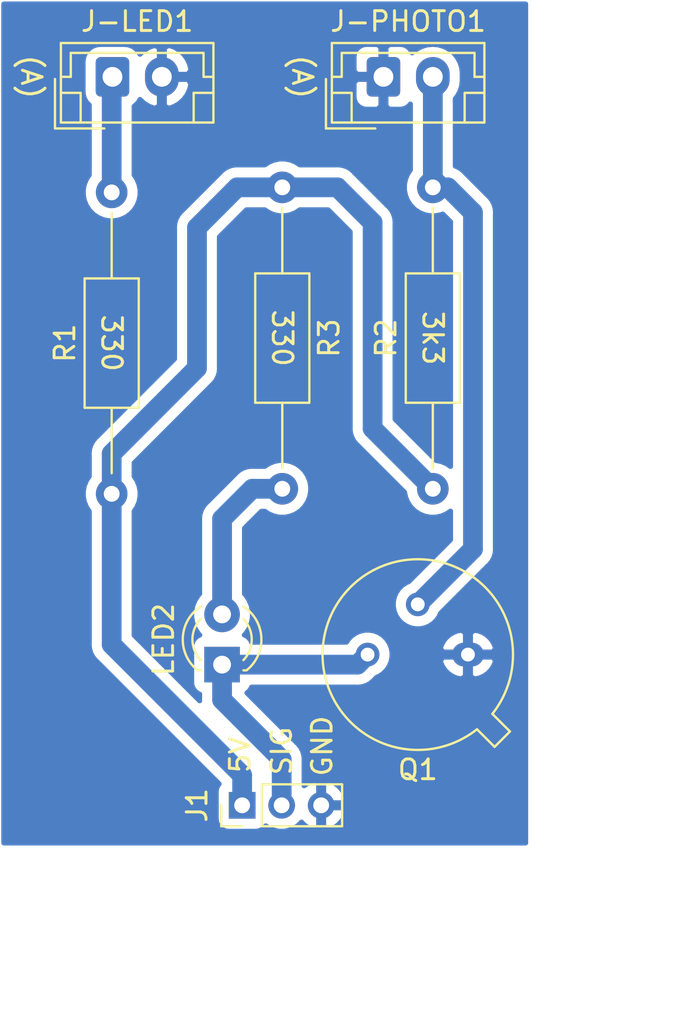
<source format=kicad_pcb>
(kicad_pcb (version 20171130) (host pcbnew 5.1.9+dfsg1-1)

  (general
    (thickness 1.6)
    (drawings 12)
    (tracks 27)
    (zones 0)
    (modules 8)
    (nets 7)
  )

  (page A4)
  (layers
    (0 F.Cu signal)
    (31 B.Cu signal)
    (32 B.Adhes user)
    (33 F.Adhes user)
    (34 B.Paste user)
    (35 F.Paste user)
    (36 B.SilkS user)
    (37 F.SilkS user)
    (38 B.Mask user)
    (39 F.Mask user)
    (40 Dwgs.User user)
    (41 Cmts.User user)
    (42 Eco1.User user)
    (43 Eco2.User user)
    (44 Edge.Cuts user)
    (45 Margin user)
    (46 B.CrtYd user)
    (47 F.CrtYd user hide)
    (48 B.Fab user)
    (49 F.Fab user hide)
  )

  (setup
    (last_trace_width 0.25)
    (user_trace_width 0.5)
    (user_trace_width 1)
    (trace_clearance 0.2)
    (zone_clearance 0.508)
    (zone_45_only no)
    (trace_min 0.2)
    (via_size 0.8)
    (via_drill 0.4)
    (via_min_size 0.4)
    (via_min_drill 0.3)
    (uvia_size 0.3)
    (uvia_drill 0.1)
    (uvias_allowed no)
    (uvia_min_size 0.2)
    (uvia_min_drill 0.1)
    (edge_width 0.05)
    (segment_width 0.2)
    (pcb_text_width 0.3)
    (pcb_text_size 1.5 1.5)
    (mod_edge_width 0.12)
    (mod_text_size 1 1)
    (mod_text_width 0.15)
    (pad_size 1.524 1.524)
    (pad_drill 0.762)
    (pad_to_mask_clearance 0)
    (aux_axis_origin 0 0)
    (visible_elements FFFFFF7F)
    (pcbplotparams
      (layerselection 0x010fc_ffffffff)
      (usegerberextensions false)
      (usegerberattributes true)
      (usegerberadvancedattributes true)
      (creategerberjobfile true)
      (excludeedgelayer true)
      (linewidth 0.100000)
      (plotframeref false)
      (viasonmask false)
      (mode 1)
      (useauxorigin false)
      (hpglpennumber 1)
      (hpglpenspeed 20)
      (hpglpendiameter 15.000000)
      (psnegative false)
      (psa4output false)
      (plotreference true)
      (plotvalue true)
      (plotinvisibletext false)
      (padsonsilk false)
      (subtractmaskfromsilk false)
      (outputformat 1)
      (mirror false)
      (drillshape 1)
      (scaleselection 1)
      (outputdirectory ""))
  )

  (net 0 "")
  (net 1 +5V)
  (net 2 SENSE)
  (net 3 GND)
  (net 4 "Net-(J-LED1-Pad1)")
  (net 5 "Net-(J-PHOTO1-Pad2)")
  (net 6 "Net-(LED2-Pad2)")

  (net_class Default "This is the default net class."
    (clearance 0.2)
    (trace_width 0.25)
    (via_dia 0.8)
    (via_drill 0.4)
    (uvia_dia 0.3)
    (uvia_drill 0.1)
    (add_net +5V)
    (add_net GND)
    (add_net "Net-(J-LED1-Pad1)")
    (add_net "Net-(J-PHOTO1-Pad2)")
    (add_net "Net-(LED2-Pad2)")
    (add_net SENSE)
  )

  (module Connector_JST:JST_EH_B2B-EH-A_1x02_P2.50mm_Vertical (layer F.Cu) (tedit 5C28142C) (tstamp 616DB1EB)
    (at 142.788 99.568)
    (descr "JST EH series connector, B2B-EH-A (http://www.jst-mfg.com/product/pdf/eng/eEH.pdf), generated with kicad-footprint-generator")
    (tags "connector JST EH vertical")
    (path /618C41F5)
    (fp_text reference J-LED1 (at 1.25 -2.8) (layer F.SilkS)
      (effects (font (size 1 1) (thickness 0.15)))
    )
    (fp_text value Conn_01x02_Male (at 1.25 3.4) (layer F.Fab)
      (effects (font (size 1 1) (thickness 0.15)))
    )
    (fp_line (start -2.91 2.61) (end -0.41 2.61) (layer F.Fab) (width 0.1))
    (fp_line (start -2.91 0.11) (end -2.91 2.61) (layer F.Fab) (width 0.1))
    (fp_line (start -2.91 2.61) (end -0.41 2.61) (layer F.SilkS) (width 0.12))
    (fp_line (start -2.91 0.11) (end -2.91 2.61) (layer F.SilkS) (width 0.12))
    (fp_line (start 4.11 0.81) (end 4.11 2.31) (layer F.SilkS) (width 0.12))
    (fp_line (start 5.11 0.81) (end 4.11 0.81) (layer F.SilkS) (width 0.12))
    (fp_line (start -1.61 0.81) (end -1.61 2.31) (layer F.SilkS) (width 0.12))
    (fp_line (start -2.61 0.81) (end -1.61 0.81) (layer F.SilkS) (width 0.12))
    (fp_line (start 4.61 0) (end 5.11 0) (layer F.SilkS) (width 0.12))
    (fp_line (start 4.61 -1.21) (end 4.61 0) (layer F.SilkS) (width 0.12))
    (fp_line (start -2.11 -1.21) (end 4.61 -1.21) (layer F.SilkS) (width 0.12))
    (fp_line (start -2.11 0) (end -2.11 -1.21) (layer F.SilkS) (width 0.12))
    (fp_line (start -2.61 0) (end -2.11 0) (layer F.SilkS) (width 0.12))
    (fp_line (start 5.11 -1.71) (end -2.61 -1.71) (layer F.SilkS) (width 0.12))
    (fp_line (start 5.11 2.31) (end 5.11 -1.71) (layer F.SilkS) (width 0.12))
    (fp_line (start -2.61 2.31) (end 5.11 2.31) (layer F.SilkS) (width 0.12))
    (fp_line (start -2.61 -1.71) (end -2.61 2.31) (layer F.SilkS) (width 0.12))
    (fp_line (start 5.5 -2.1) (end -3 -2.1) (layer F.CrtYd) (width 0.05))
    (fp_line (start 5.5 2.7) (end 5.5 -2.1) (layer F.CrtYd) (width 0.05))
    (fp_line (start -3 2.7) (end 5.5 2.7) (layer F.CrtYd) (width 0.05))
    (fp_line (start -3 -2.1) (end -3 2.7) (layer F.CrtYd) (width 0.05))
    (fp_line (start 5 -1.6) (end -2.5 -1.6) (layer F.Fab) (width 0.1))
    (fp_line (start 5 2.2) (end 5 -1.6) (layer F.Fab) (width 0.1))
    (fp_line (start -2.5 2.2) (end 5 2.2) (layer F.Fab) (width 0.1))
    (fp_line (start -2.5 -1.6) (end -2.5 2.2) (layer F.Fab) (width 0.1))
    (fp_text user %R (at 1.25 1.5) (layer F.Fab)
      (effects (font (size 1 1) (thickness 0.15)))
    )
    (pad 1 thru_hole roundrect (at 0 0) (size 1.7 2) (drill 1) (layers *.Cu *.Mask) (roundrect_rratio 0.147059)
      (net 4 "Net-(J-LED1-Pad1)"))
    (pad 2 thru_hole oval (at 2.5 0) (size 1.7 2) (drill 1) (layers *.Cu *.Mask)
      (net 3 GND))
    (model ${KISYS3DMOD}/Connector_JST.3dshapes/JST_EH_B2B-EH-A_1x02_P2.50mm_Vertical.wrl
      (at (xyz 0 0 0))
      (scale (xyz 1 1 1))
      (rotate (xyz 0 0 0))
    )
  )

  (module Connector_JST:JST_EH_B2B-EH-A_1x02_P2.50mm_Vertical (layer F.Cu) (tedit 5C28142C) (tstamp 616DB20B)
    (at 156.504 99.568)
    (descr "JST EH series connector, B2B-EH-A (http://www.jst-mfg.com/product/pdf/eng/eEH.pdf), generated with kicad-footprint-generator")
    (tags "connector JST EH vertical")
    (path /618BF2BA)
    (fp_text reference J-PHOTO1 (at 1.25 -2.8) (layer F.SilkS)
      (effects (font (size 1 1) (thickness 0.15)))
    )
    (fp_text value Conn_01x02_Male (at 1.25 3.4) (layer F.Fab)
      (effects (font (size 1 1) (thickness 0.15)))
    )
    (fp_line (start -2.5 -1.6) (end -2.5 2.2) (layer F.Fab) (width 0.1))
    (fp_line (start -2.5 2.2) (end 5 2.2) (layer F.Fab) (width 0.1))
    (fp_line (start 5 2.2) (end 5 -1.6) (layer F.Fab) (width 0.1))
    (fp_line (start 5 -1.6) (end -2.5 -1.6) (layer F.Fab) (width 0.1))
    (fp_line (start -3 -2.1) (end -3 2.7) (layer F.CrtYd) (width 0.05))
    (fp_line (start -3 2.7) (end 5.5 2.7) (layer F.CrtYd) (width 0.05))
    (fp_line (start 5.5 2.7) (end 5.5 -2.1) (layer F.CrtYd) (width 0.05))
    (fp_line (start 5.5 -2.1) (end -3 -2.1) (layer F.CrtYd) (width 0.05))
    (fp_line (start -2.61 -1.71) (end -2.61 2.31) (layer F.SilkS) (width 0.12))
    (fp_line (start -2.61 2.31) (end 5.11 2.31) (layer F.SilkS) (width 0.12))
    (fp_line (start 5.11 2.31) (end 5.11 -1.71) (layer F.SilkS) (width 0.12))
    (fp_line (start 5.11 -1.71) (end -2.61 -1.71) (layer F.SilkS) (width 0.12))
    (fp_line (start -2.61 0) (end -2.11 0) (layer F.SilkS) (width 0.12))
    (fp_line (start -2.11 0) (end -2.11 -1.21) (layer F.SilkS) (width 0.12))
    (fp_line (start -2.11 -1.21) (end 4.61 -1.21) (layer F.SilkS) (width 0.12))
    (fp_line (start 4.61 -1.21) (end 4.61 0) (layer F.SilkS) (width 0.12))
    (fp_line (start 4.61 0) (end 5.11 0) (layer F.SilkS) (width 0.12))
    (fp_line (start -2.61 0.81) (end -1.61 0.81) (layer F.SilkS) (width 0.12))
    (fp_line (start -1.61 0.81) (end -1.61 2.31) (layer F.SilkS) (width 0.12))
    (fp_line (start 5.11 0.81) (end 4.11 0.81) (layer F.SilkS) (width 0.12))
    (fp_line (start 4.11 0.81) (end 4.11 2.31) (layer F.SilkS) (width 0.12))
    (fp_line (start -2.91 0.11) (end -2.91 2.61) (layer F.SilkS) (width 0.12))
    (fp_line (start -2.91 2.61) (end -0.41 2.61) (layer F.SilkS) (width 0.12))
    (fp_line (start -2.91 0.11) (end -2.91 2.61) (layer F.Fab) (width 0.1))
    (fp_line (start -2.91 2.61) (end -0.41 2.61) (layer F.Fab) (width 0.1))
    (fp_text user %R (at 1.25 1.5) (layer F.Fab)
      (effects (font (size 1 1) (thickness 0.15)))
    )
    (pad 2 thru_hole oval (at 2.5 0) (size 1.7 2) (drill 1) (layers *.Cu *.Mask)
      (net 5 "Net-(J-PHOTO1-Pad2)"))
    (pad 1 thru_hole roundrect (at 0 0) (size 1.7 2) (drill 1) (layers *.Cu *.Mask) (roundrect_rratio 0.147059)
      (net 3 GND))
    (model ${KISYS3DMOD}/Connector_JST.3dshapes/JST_EH_B2B-EH-A_1x02_P2.50mm_Vertical.wrl
      (at (xyz 0 0 0))
      (scale (xyz 1 1 1))
      (rotate (xyz 0 0 0))
    )
  )

  (module LED_THT:LED_D3.0mm (layer F.Cu) (tedit 587A3A7B) (tstamp 616DB21E)
    (at 148.336 129.286 90)
    (descr "LED, diameter 3.0mm, 2 pins")
    (tags "LED diameter 3.0mm 2 pins")
    (path /618A3236)
    (fp_text reference LED2 (at 1.27 -2.96 90) (layer F.SilkS)
      (effects (font (size 1 1) (thickness 0.15)))
    )
    (fp_text value YELLOW (at 1.27 2.96 90) (layer F.Fab)
      (effects (font (size 1 1) (thickness 0.15)))
    )
    (fp_line (start 3.7 -2.25) (end -1.15 -2.25) (layer F.CrtYd) (width 0.05))
    (fp_line (start 3.7 2.25) (end 3.7 -2.25) (layer F.CrtYd) (width 0.05))
    (fp_line (start -1.15 2.25) (end 3.7 2.25) (layer F.CrtYd) (width 0.05))
    (fp_line (start -1.15 -2.25) (end -1.15 2.25) (layer F.CrtYd) (width 0.05))
    (fp_line (start -0.29 1.08) (end -0.29 1.236) (layer F.SilkS) (width 0.12))
    (fp_line (start -0.29 -1.236) (end -0.29 -1.08) (layer F.SilkS) (width 0.12))
    (fp_line (start -0.23 -1.16619) (end -0.23 1.16619) (layer F.Fab) (width 0.1))
    (fp_circle (center 1.27 0) (end 2.77 0) (layer F.Fab) (width 0.1))
    (fp_arc (start 1.27 0) (end -0.23 -1.16619) (angle 284.3) (layer F.Fab) (width 0.1))
    (fp_arc (start 1.27 0) (end -0.29 -1.235516) (angle 108.8) (layer F.SilkS) (width 0.12))
    (fp_arc (start 1.27 0) (end -0.29 1.235516) (angle -108.8) (layer F.SilkS) (width 0.12))
    (fp_arc (start 1.27 0) (end 0.229039 -1.08) (angle 87.9) (layer F.SilkS) (width 0.12))
    (fp_arc (start 1.27 0) (end 0.229039 1.08) (angle -87.9) (layer F.SilkS) (width 0.12))
    (pad 1 thru_hole rect (at 0 0 90) (size 1.8 1.8) (drill 0.9) (layers *.Cu *.Mask)
      (net 2 SENSE))
    (pad 2 thru_hole circle (at 2.54 0 90) (size 1.8 1.8) (drill 0.9) (layers *.Cu *.Mask)
      (net 6 "Net-(LED2-Pad2)"))
    (model ${KISYS3DMOD}/LED_THT.3dshapes/LED_D3.0mm.wrl
      (at (xyz 0 0 0))
      (scale (xyz 1 1 1))
      (rotate (xyz 0 0 0))
    )
  )

  (module Package_TO_SOT_THT:TO-39-3 (layer F.Cu) (tedit 5A02FF81) (tstamp 616DB233)
    (at 160.782 128.778 180)
    (descr TO-39-3)
    (tags TO-39-3)
    (path /618A2DE3)
    (fp_text reference Q1 (at 2.54 -5.82) (layer F.SilkS)
      (effects (font (size 1 1) (thickness 0.15)))
    )
    (fp_text value 2N2219 (at 2.54 5.82) (layer F.Fab)
      (effects (font (size 1 1) (thickness 0.15)))
    )
    (fp_circle (center 2.54 0) (end 6.79 0) (layer F.Fab) (width 0.1))
    (fp_line (start 7.49 -4.95) (end -2.41 -4.95) (layer F.CrtYd) (width 0.05))
    (fp_line (start 7.49 4.95) (end 7.49 -4.95) (layer F.CrtYd) (width 0.05))
    (fp_line (start -2.41 4.95) (end 7.49 4.95) (layer F.CrtYd) (width 0.05))
    (fp_line (start -2.41 -4.95) (end -2.41 4.95) (layer F.CrtYd) (width 0.05))
    (fp_line (start -2.125856 -3.888039) (end -1.234902 -2.997084) (layer F.SilkS) (width 0.12))
    (fp_line (start -1.348039 -4.665856) (end -2.125856 -3.888039) (layer F.SilkS) (width 0.12))
    (fp_line (start -0.457084 -3.774902) (end -1.348039 -4.665856) (layer F.SilkS) (width 0.12))
    (fp_line (start -1.879621 -3.81151) (end -1.07352 -3.005408) (layer F.Fab) (width 0.1))
    (fp_line (start -1.27151 -4.419621) (end -1.879621 -3.81151) (layer F.Fab) (width 0.1))
    (fp_line (start -0.465408 -3.61352) (end -1.27151 -4.419621) (layer F.Fab) (width 0.1))
    (fp_text user %R (at 2.54 -5.82) (layer F.Fab)
      (effects (font (size 1 1) (thickness 0.15)))
    )
    (fp_arc (start 2.54 0) (end -0.465408 -3.61352) (angle 349.5) (layer F.Fab) (width 0.1))
    (fp_arc (start 2.54 0) (end -0.457084 -3.774902) (angle 346.9) (layer F.SilkS) (width 0.12))
    (pad 1 thru_hole oval (at 0 0 180) (size 1.6 1.2) (drill 0.7) (layers *.Cu *.Mask)
      (net 3 GND))
    (pad 2 thru_hole oval (at 2.54 2.54 180) (size 1.2 1.2) (drill 0.7) (layers *.Cu *.Mask)
      (net 5 "Net-(J-PHOTO1-Pad2)"))
    (pad 3 thru_hole oval (at 5.08 0 180) (size 1.2 1.2) (drill 0.7) (layers *.Cu *.Mask)
      (net 2 SENSE))
    (model ${KISYS3DMOD}/Package_TO_SOT_THT.3dshapes/TO-39-3.wrl
      (at (xyz 0 0 0))
      (scale (xyz 1 1 1))
      (rotate (xyz 0 0 0))
    )
  )

  (module Resistor_THT:R_Axial_DIN0207_L6.3mm_D2.5mm_P15.24mm_Horizontal (layer F.Cu) (tedit 5AE5139B) (tstamp 616DBDBC)
    (at 142.748 120.65 90)
    (descr "Resistor, Axial_DIN0207 series, Axial, Horizontal, pin pitch=15.24mm, 0.25W = 1/4W, length*diameter=6.3*2.5mm^2, http://cdn-reichelt.de/documents/datenblatt/B400/1_4W%23YAG.pdf")
    (tags "Resistor Axial_DIN0207 series Axial Horizontal pin pitch 15.24mm 0.25W = 1/4W length 6.3mm diameter 2.5mm")
    (path /618A7653)
    (fp_text reference R1 (at 7.62 -2.37 90) (layer F.SilkS)
      (effects (font (size 1 1) (thickness 0.15)))
    )
    (fp_text value 330 (at 7.62 2.37 90) (layer F.Fab)
      (effects (font (size 1 1) (thickness 0.15)))
    )
    (fp_line (start 4.47 -1.25) (end 4.47 1.25) (layer F.Fab) (width 0.1))
    (fp_line (start 4.47 1.25) (end 10.77 1.25) (layer F.Fab) (width 0.1))
    (fp_line (start 10.77 1.25) (end 10.77 -1.25) (layer F.Fab) (width 0.1))
    (fp_line (start 10.77 -1.25) (end 4.47 -1.25) (layer F.Fab) (width 0.1))
    (fp_line (start 0 0) (end 4.47 0) (layer F.Fab) (width 0.1))
    (fp_line (start 15.24 0) (end 10.77 0) (layer F.Fab) (width 0.1))
    (fp_line (start 4.35 -1.37) (end 4.35 1.37) (layer F.SilkS) (width 0.12))
    (fp_line (start 4.35 1.37) (end 10.89 1.37) (layer F.SilkS) (width 0.12))
    (fp_line (start 10.89 1.37) (end 10.89 -1.37) (layer F.SilkS) (width 0.12))
    (fp_line (start 10.89 -1.37) (end 4.35 -1.37) (layer F.SilkS) (width 0.12))
    (fp_line (start 1.04 0) (end 4.35 0) (layer F.SilkS) (width 0.12))
    (fp_line (start 14.2 0) (end 10.89 0) (layer F.SilkS) (width 0.12))
    (fp_line (start -1.05 -1.5) (end -1.05 1.5) (layer F.CrtYd) (width 0.05))
    (fp_line (start -1.05 1.5) (end 16.29 1.5) (layer F.CrtYd) (width 0.05))
    (fp_line (start 16.29 1.5) (end 16.29 -1.5) (layer F.CrtYd) (width 0.05))
    (fp_line (start 16.29 -1.5) (end -1.05 -1.5) (layer F.CrtYd) (width 0.05))
    (fp_text user %R (at 7.62 0 90) (layer F.Fab)
      (effects (font (size 1 1) (thickness 0.15)))
    )
    (pad 2 thru_hole oval (at 15.24 0 90) (size 1.6 1.6) (drill 0.8) (layers *.Cu *.Mask)
      (net 4 "Net-(J-LED1-Pad1)"))
    (pad 1 thru_hole circle (at 0 0 90) (size 1.6 1.6) (drill 0.8) (layers *.Cu *.Mask)
      (net 1 +5V))
    (model ${KISYS3DMOD}/Resistor_THT.3dshapes/R_Axial_DIN0207_L6.3mm_D2.5mm_P15.24mm_Horizontal.wrl
      (at (xyz 0 0 0))
      (scale (xyz 1 1 1))
      (rotate (xyz 0 0 0))
    )
  )

  (module Resistor_THT:R_Axial_DIN0207_L6.3mm_D2.5mm_P15.24mm_Horizontal (layer F.Cu) (tedit 5AE5139B) (tstamp 616DC09F)
    (at 159.004 120.396 90)
    (descr "Resistor, Axial_DIN0207 series, Axial, Horizontal, pin pitch=15.24mm, 0.25W = 1/4W, length*diameter=6.3*2.5mm^2, http://cdn-reichelt.de/documents/datenblatt/B400/1_4W%23YAG.pdf")
    (tags "Resistor Axial_DIN0207 series Axial Horizontal pin pitch 15.24mm 0.25W = 1/4W length 6.3mm diameter 2.5mm")
    (path /618A784A)
    (fp_text reference R2 (at 7.62 -2.37 90) (layer F.SilkS)
      (effects (font (size 1 1) (thickness 0.15)))
    )
    (fp_text value 3k3 (at 7.62 2.37 90) (layer F.Fab)
      (effects (font (size 1 1) (thickness 0.15)))
    )
    (fp_line (start 16.29 -1.5) (end -1.05 -1.5) (layer F.CrtYd) (width 0.05))
    (fp_line (start 16.29 1.5) (end 16.29 -1.5) (layer F.CrtYd) (width 0.05))
    (fp_line (start -1.05 1.5) (end 16.29 1.5) (layer F.CrtYd) (width 0.05))
    (fp_line (start -1.05 -1.5) (end -1.05 1.5) (layer F.CrtYd) (width 0.05))
    (fp_line (start 14.2 0) (end 10.89 0) (layer F.SilkS) (width 0.12))
    (fp_line (start 1.04 0) (end 4.35 0) (layer F.SilkS) (width 0.12))
    (fp_line (start 10.89 -1.37) (end 4.35 -1.37) (layer F.SilkS) (width 0.12))
    (fp_line (start 10.89 1.37) (end 10.89 -1.37) (layer F.SilkS) (width 0.12))
    (fp_line (start 4.35 1.37) (end 10.89 1.37) (layer F.SilkS) (width 0.12))
    (fp_line (start 4.35 -1.37) (end 4.35 1.37) (layer F.SilkS) (width 0.12))
    (fp_line (start 15.24 0) (end 10.77 0) (layer F.Fab) (width 0.1))
    (fp_line (start 0 0) (end 4.47 0) (layer F.Fab) (width 0.1))
    (fp_line (start 10.77 -1.25) (end 4.47 -1.25) (layer F.Fab) (width 0.1))
    (fp_line (start 10.77 1.25) (end 10.77 -1.25) (layer F.Fab) (width 0.1))
    (fp_line (start 4.47 1.25) (end 10.77 1.25) (layer F.Fab) (width 0.1))
    (fp_line (start 4.47 -1.25) (end 4.47 1.25) (layer F.Fab) (width 0.1))
    (fp_text user %R (at 7.62 0 90) (layer F.Fab)
      (effects (font (size 1 1) (thickness 0.15)))
    )
    (pad 1 thru_hole circle (at 0 0 90) (size 1.6 1.6) (drill 0.8) (layers *.Cu *.Mask)
      (net 1 +5V))
    (pad 2 thru_hole oval (at 15.24 0 90) (size 1.6 1.6) (drill 0.8) (layers *.Cu *.Mask)
      (net 5 "Net-(J-PHOTO1-Pad2)"))
    (model ${KISYS3DMOD}/Resistor_THT.3dshapes/R_Axial_DIN0207_L6.3mm_D2.5mm_P15.24mm_Horizontal.wrl
      (at (xyz 0 0 0))
      (scale (xyz 1 1 1))
      (rotate (xyz 0 0 0))
    )
  )

  (module Resistor_THT:R_Axial_DIN0207_L6.3mm_D2.5mm_P15.24mm_Horizontal (layer F.Cu) (tedit 5AE5139B) (tstamp 616DB278)
    (at 151.384 105.156 270)
    (descr "Resistor, Axial_DIN0207 series, Axial, Horizontal, pin pitch=15.24mm, 0.25W = 1/4W, length*diameter=6.3*2.5mm^2, http://cdn-reichelt.de/documents/datenblatt/B400/1_4W%23YAG.pdf")
    (tags "Resistor Axial_DIN0207 series Axial Horizontal pin pitch 15.24mm 0.25W = 1/4W length 6.3mm diameter 2.5mm")
    (path /618A3E08)
    (fp_text reference R3 (at 7.62 -2.37 90) (layer F.SilkS)
      (effects (font (size 1 1) (thickness 0.15)))
    )
    (fp_text value R (at 7.62 2.37 90) (layer F.Fab)
      (effects (font (size 1 1) (thickness 0.15)))
    )
    (fp_line (start 16.29 -1.5) (end -1.05 -1.5) (layer F.CrtYd) (width 0.05))
    (fp_line (start 16.29 1.5) (end 16.29 -1.5) (layer F.CrtYd) (width 0.05))
    (fp_line (start -1.05 1.5) (end 16.29 1.5) (layer F.CrtYd) (width 0.05))
    (fp_line (start -1.05 -1.5) (end -1.05 1.5) (layer F.CrtYd) (width 0.05))
    (fp_line (start 14.2 0) (end 10.89 0) (layer F.SilkS) (width 0.12))
    (fp_line (start 1.04 0) (end 4.35 0) (layer F.SilkS) (width 0.12))
    (fp_line (start 10.89 -1.37) (end 4.35 -1.37) (layer F.SilkS) (width 0.12))
    (fp_line (start 10.89 1.37) (end 10.89 -1.37) (layer F.SilkS) (width 0.12))
    (fp_line (start 4.35 1.37) (end 10.89 1.37) (layer F.SilkS) (width 0.12))
    (fp_line (start 4.35 -1.37) (end 4.35 1.37) (layer F.SilkS) (width 0.12))
    (fp_line (start 15.24 0) (end 10.77 0) (layer F.Fab) (width 0.1))
    (fp_line (start 0 0) (end 4.47 0) (layer F.Fab) (width 0.1))
    (fp_line (start 10.77 -1.25) (end 4.47 -1.25) (layer F.Fab) (width 0.1))
    (fp_line (start 10.77 1.25) (end 10.77 -1.25) (layer F.Fab) (width 0.1))
    (fp_line (start 4.47 1.25) (end 10.77 1.25) (layer F.Fab) (width 0.1))
    (fp_line (start 4.47 -1.25) (end 4.47 1.25) (layer F.Fab) (width 0.1))
    (fp_text user %R (at 7.62 0 90) (layer F.Fab)
      (effects (font (size 1 1) (thickness 0.15)))
    )
    (pad 1 thru_hole circle (at 0 0 270) (size 1.6 1.6) (drill 0.8) (layers *.Cu *.Mask)
      (net 1 +5V))
    (pad 2 thru_hole oval (at 15.24 0 270) (size 1.6 1.6) (drill 0.8) (layers *.Cu *.Mask)
      (net 6 "Net-(LED2-Pad2)"))
    (model ${KISYS3DMOD}/Resistor_THT.3dshapes/R_Axial_DIN0207_L6.3mm_D2.5mm_P15.24mm_Horizontal.wrl
      (at (xyz 0 0 0))
      (scale (xyz 1 1 1))
      (rotate (xyz 0 0 0))
    )
  )

  (module Connector_PinHeader_2.00mm:PinHeader_1x03_P2.00mm_Vertical (layer F.Cu) (tedit 59FED667) (tstamp 616DC4EF)
    (at 149.352 136.398 90)
    (descr "Through hole straight pin header, 1x03, 2.00mm pitch, single row")
    (tags "Through hole pin header THT 1x03 2.00mm single row")
    (path /618A1C16)
    (fp_text reference J1 (at 0 -2.286 270) (layer F.SilkS)
      (effects (font (size 1 1) (thickness 0.15)))
    )
    (fp_text value Conn_01x03_Male (at 2.286 1.524) (layer F.Fab)
      (effects (font (size 1 1) (thickness 0.15)))
    )
    (fp_line (start 1.5 -1.5) (end -1.5 -1.5) (layer F.CrtYd) (width 0.05))
    (fp_line (start 1.5 5.5) (end 1.5 -1.5) (layer F.CrtYd) (width 0.05))
    (fp_line (start -1.5 5.5) (end 1.5 5.5) (layer F.CrtYd) (width 0.05))
    (fp_line (start -1.5 -1.5) (end -1.5 5.5) (layer F.CrtYd) (width 0.05))
    (fp_line (start -1.06 -1.06) (end 0 -1.06) (layer F.SilkS) (width 0.12))
    (fp_line (start -1.06 0) (end -1.06 -1.06) (layer F.SilkS) (width 0.12))
    (fp_line (start -1.06 1) (end 1.06 1) (layer F.SilkS) (width 0.12))
    (fp_line (start 1.06 1) (end 1.06 5.06) (layer F.SilkS) (width 0.12))
    (fp_line (start -1.06 1) (end -1.06 5.06) (layer F.SilkS) (width 0.12))
    (fp_line (start -1.06 5.06) (end 1.06 5.06) (layer F.SilkS) (width 0.12))
    (fp_line (start -1 -0.5) (end -0.5 -1) (layer F.Fab) (width 0.1))
    (fp_line (start -1 5) (end -1 -0.5) (layer F.Fab) (width 0.1))
    (fp_line (start 1 5) (end -1 5) (layer F.Fab) (width 0.1))
    (fp_line (start 1 -1) (end 1 5) (layer F.Fab) (width 0.1))
    (fp_line (start -0.5 -1) (end 1 -1) (layer F.Fab) (width 0.1))
    (fp_text user %R (at 0 2) (layer F.Fab)
      (effects (font (size 1 1) (thickness 0.15)))
    )
    (pad 1 thru_hole rect (at 0 0 90) (size 1.35 1.35) (drill 0.8) (layers *.Cu *.Mask)
      (net 1 +5V))
    (pad 2 thru_hole oval (at 0 2 90) (size 1.35 1.35) (drill 0.8) (layers *.Cu *.Mask)
      (net 2 SENSE))
    (pad 3 thru_hole oval (at 0 4 90) (size 1.35 1.35) (drill 0.8) (layers *.Cu *.Mask)
      (net 3 GND))
    (model ${KISYS3DMOD}/Connector_PinHeader_2.00mm.3dshapes/PinHeader_1x03_P2.00mm_Vertical.wrl
      (at (xyz 0 0 0))
      (scale (xyz 1 1 1))
      (rotate (xyz 0 0 0))
    )
  )

  (dimension 10.530005 (width 0.15) (layer Dwgs.User)
    (gr_text "10.530 mm" (at 158.606093 148.085065 0.05441193) (layer Dwgs.User)
      (effects (font (size 1 1) (thickness 0.15)))
    )
    (feature1 (pts (xy 163.86 136.4) (xy 163.870415 147.366487)))
    (feature2 (pts (xy 153.33 136.41) (xy 153.340415 147.376487)))
    (crossbar (pts (xy 153.339858 146.790066) (xy 163.869858 146.780066)))
    (arrow1a (pts (xy 163.869858 146.780066) (xy 162.743912 147.367556)))
    (arrow1b (pts (xy 163.869858 146.780066) (xy 162.742798 146.194715)))
    (arrow2a (pts (xy 153.339858 146.790066) (xy 154.466918 147.375417)))
    (arrow2b (pts (xy 153.339858 146.790066) (xy 154.465804 146.202576)))
  )
  (dimension 42.680005 (width 0.15) (layer Dwgs.User)
    (gr_text "42.680 mm" (at 168.779999 117.097671 -89.973151) (layer Dwgs.User)
      (effects (font (size 1 1) (thickness 0.15)))
    )
    (feature1 (pts (xy 163.8 95.76) (xy 168.056419 95.758005)))
    (feature2 (pts (xy 163.82 138.44) (xy 168.076419 138.438005)))
    (crossbar (pts (xy 167.489999 138.43828) (xy 167.469999 95.75828)))
    (arrow1a (pts (xy 167.469999 95.75828) (xy 168.056948 96.884509)))
    (arrow1b (pts (xy 167.469999 95.75828) (xy 166.884106 96.885058)))
    (arrow2a (pts (xy 167.489999 138.43828) (xy 168.075892 137.311502)))
    (arrow2b (pts (xy 167.489999 138.43828) (xy 166.90305 137.312051)))
  )
  (dimension 1.98 (width 0.15) (layer Dwgs.User)
    (gr_text "1.980 mm" (at 157.38 137.43 270) (layer Dwgs.User)
      (effects (font (size 1 1) (thickness 0.15)))
    )
    (feature1 (pts (xy 153.32 138.42) (xy 156.666421 138.42)))
    (feature2 (pts (xy 153.32 136.44) (xy 156.666421 136.44)))
    (crossbar (pts (xy 156.08 136.44) (xy 156.08 138.42)))
    (arrow1a (pts (xy 156.08 138.42) (xy 155.493579 137.293496)))
    (arrow1b (pts (xy 156.08 138.42) (xy 156.666421 137.293496)))
    (arrow2a (pts (xy 156.08 136.44) (xy 155.493579 137.566504)))
    (arrow2b (pts (xy 156.08 136.44) (xy 156.666421 137.566504)))
  )
  (dimension 26.650002 (width 0.15) (layer Dwgs.User)
    (gr_text "26.650 mm" (at 150.496636 142.793738 0.0214993534) (layer Dwgs.User)
      (effects (font (size 1 1) (thickness 0.15)))
    )
    (feature1 (pts (xy 163.82 138.43) (xy 163.821368 142.075158)))
    (feature2 (pts (xy 137.17 138.44) (xy 137.171368 142.085158)))
    (crossbar (pts (xy 137.171148 141.498738) (xy 163.821148 141.488738)))
    (arrow1a (pts (xy 163.821148 141.488738) (xy 162.694864 142.075581)))
    (arrow1b (pts (xy 163.821148 141.488738) (xy 162.694424 140.90274)))
    (arrow2a (pts (xy 137.171148 141.498738) (xy 138.297872 142.084736)))
    (arrow2b (pts (xy 137.171148 141.498738) (xy 138.297432 140.911895)))
  )
  (gr_text 330 (at 151.384 112.776 270) (layer F.SilkS)
    (effects (font (size 1 1) (thickness 0.15)))
  )
  (gr_text 330 (at 142.748 113.03 270) (layer F.SilkS)
    (effects (font (size 1 1) (thickness 0.15)))
  )
  (gr_text 3k3 (at 159.004 112.776 270) (layer F.SilkS)
    (effects (font (size 1 1) (thickness 0.15)))
  )
  (gr_text SIG (at 151.35 133.65 90) (layer F.SilkS)
    (effects (font (size 1 1) (thickness 0.15)))
  )
  (gr_text GND (at 153.4 133.4 90) (layer F.SilkS)
    (effects (font (size 1 1) (thickness 0.15)))
  )
  (gr_text 5V (at 149.25 133.85 90) (layer F.SilkS)
    (effects (font (size 1 1) (thickness 0.15)))
  )
  (gr_text "(A)" (at 152.4 99.568 270) (layer F.SilkS)
    (effects (font (size 1 1) (thickness 0.15)))
  )
  (gr_text "(A)" (at 138.684 99.568 270) (layer F.SilkS)
    (effects (font (size 1 1) (thickness 0.15)))
  )

  (segment (start 142.748 120.65) (end 142.748 118.618) (width 1) (layer B.Cu) (net 1))
  (segment (start 142.748 118.618) (end 147.066 114.3) (width 1) (layer B.Cu) (net 1))
  (segment (start 147.066 114.3) (end 147.066 107.188) (width 1) (layer B.Cu) (net 1))
  (segment (start 149.098 105.156) (end 151.384 105.156) (width 1) (layer B.Cu) (net 1))
  (segment (start 147.066 107.188) (end 149.098 105.156) (width 1) (layer B.Cu) (net 1))
  (segment (start 151.384 105.156) (end 154.178 105.156) (width 1) (layer B.Cu) (net 1))
  (segment (start 154.178 105.156) (end 155.956 106.934) (width 1) (layer B.Cu) (net 1))
  (segment (start 155.956 117.348) (end 159.004 120.396) (width 1) (layer B.Cu) (net 1))
  (segment (start 155.956 106.934) (end 155.956 117.348) (width 1) (layer B.Cu) (net 1))
  (segment (start 149.352 136.398) (end 149.352 134.874) (width 1) (layer B.Cu) (net 1))
  (segment (start 142.748 128.27) (end 142.748 120.65) (width 1) (layer B.Cu) (net 1))
  (segment (start 149.352 134.874) (end 142.748 128.27) (width 1) (layer B.Cu) (net 1))
  (segment (start 148.336 129.286) (end 148.336 131.064) (width 1) (layer B.Cu) (net 2))
  (segment (start 151.352 134.08) (end 151.352 136.398) (width 1) (layer B.Cu) (net 2))
  (segment (start 148.336 131.064) (end 151.352 134.08) (width 1) (layer B.Cu) (net 2))
  (segment (start 155.194 129.286) (end 155.702 128.778) (width 1) (layer B.Cu) (net 2))
  (segment (start 148.336 129.286) (end 155.194 129.286) (width 1) (layer B.Cu) (net 2))
  (segment (start 142.748 99.608) (end 142.788 99.568) (width 1) (layer B.Cu) (net 4))
  (segment (start 142.748 105.41) (end 142.748 99.608) (width 1) (layer B.Cu) (net 4))
  (segment (start 159.766 105.156) (end 159.004 105.156) (width 1) (layer B.Cu) (net 5))
  (segment (start 161.036 106.426) (end 159.766 105.156) (width 1) (layer B.Cu) (net 5))
  (segment (start 161.036 123.444) (end 161.036 106.426) (width 1) (layer B.Cu) (net 5))
  (segment (start 158.242 126.238) (end 161.036 123.444) (width 1) (layer B.Cu) (net 5))
  (segment (start 159.004 105.156) (end 159.004 99.568) (width 1) (layer B.Cu) (net 5))
  (segment (start 148.336 126.746) (end 148.336 121.92) (width 1) (layer B.Cu) (net 6))
  (segment (start 149.86 120.396) (end 151.384 120.396) (width 1) (layer B.Cu) (net 6))
  (segment (start 148.336 121.92) (end 149.86 120.396) (width 1) (layer B.Cu) (net 6))

  (zone (net 3) (net_name GND) (layer B.Cu) (tstamp 0) (hatch edge 0.508)
    (connect_pads (clearance 0.508))
    (min_thickness 0.254)
    (fill yes (arc_segments 32) (thermal_gap 0.508) (thermal_bridge_width 0.508))
    (polygon
      (pts
        (xy 137.16 138.43) (xy 137.16 95.758) (xy 163.83 95.758) (xy 163.83 138.43)
      )
    )
    (filled_polygon
      (pts
        (xy 137.287 138.303) (xy 137.287 95.885) (xy 143.388 95.885) (xy 143.388 97.929928) (xy 142.188 97.929928)
        (xy 142.014746 97.946992) (xy 141.84815 97.997528) (xy 141.694614 98.079595) (xy 141.560038 98.190038) (xy 141.449595 98.324614)
        (xy 141.367528 98.47815) (xy 141.316992 98.644746) (xy 141.299928 98.818) (xy 141.299928 100.318) (xy 141.316992 100.491254)
        (xy 141.367528 100.65785) (xy 141.449595 100.811386) (xy 141.560038 100.945962) (xy 141.613 100.989427) (xy 141.613 104.525716)
        (xy 141.47632 104.730273) (xy 141.368147 104.991426) (xy 141.313 105.268665) (xy 141.313 105.551335) (xy 141.368147 105.828574)
        (xy 141.47632 106.089727) (xy 141.633363 106.324759) (xy 141.833241 106.524637) (xy 142.068273 106.68168) (xy 142.329426 106.789853)
        (xy 142.606665 106.845) (xy 142.889335 106.845) (xy 143.166574 106.789853) (xy 143.427727 106.68168) (xy 143.662759 106.524637)
        (xy 143.862637 106.324759) (xy 144.01968 106.089727) (xy 144.127853 105.828574) (xy 144.183 105.551335) (xy 144.183 105.268665)
        (xy 144.127853 104.991426) (xy 144.01968 104.730273) (xy 143.883 104.525716) (xy 143.883 101.05508) (xy 144.015962 100.945962)
        (xy 144.126405 100.811386) (xy 144.180914 100.709407) (xy 144.181198 100.709795) (xy 144.395954 100.906664) (xy 144.644991 101.057854)
        (xy 144.918739 101.157554) (xy 144.93111 101.159476) (xy 145.161 101.038155) (xy 145.161 99.695) (xy 145.141 99.695)
        (xy 145.141 99.441) (xy 145.161 99.441) (xy 145.161 98.097845) (xy 144.93111 97.976524) (xy 144.918739 97.978446)
        (xy 144.644991 98.078146) (xy 144.395954 98.229336) (xy 144.181198 98.426205) (xy 144.180914 98.426593) (xy 144.126405 98.324614)
        (xy 144.015962 98.190038) (xy 143.881386 98.079595) (xy 143.72785 97.997528) (xy 143.561254 97.946992) (xy 143.388 97.929928)
        (xy 143.388 95.885) (xy 145.64489 95.885) (xy 145.64489 97.976524) (xy 145.415 98.097845) (xy 145.415 99.441)
        (xy 146.615232 99.441) (xy 146.615232 99.695) (xy 145.415 99.695) (xy 145.415 101.038155) (xy 145.64489 101.159476)
        (xy 145.657261 101.157554) (xy 145.931009 101.057854) (xy 146.180046 100.906664) (xy 146.394802 100.709795) (xy 146.567025 100.474812)
        (xy 146.690096 100.210745) (xy 146.759285 99.927742) (xy 146.615232 99.695) (xy 146.615232 99.441) (xy 146.759285 99.208258)
        (xy 146.690096 98.925255) (xy 146.567025 98.661188) (xy 146.394802 98.426205) (xy 146.180046 98.229336) (xy 145.931009 98.078146)
        (xy 145.657261 97.978446) (xy 145.64489 97.976524) (xy 145.64489 95.885) (xy 155.654 95.885) (xy 155.654 97.929928)
        (xy 155.529518 97.942188) (xy 155.40982 97.978498) (xy 155.299506 98.037463) (xy 155.202815 98.116815) (xy 155.123463 98.213506)
        (xy 155.064498 98.32382) (xy 155.028188 98.443518) (xy 155.015928 98.568) (xy 155.019 99.28225) (xy 155.17775 99.441)
        (xy 156.377 99.441) (xy 156.377 99.695) (xy 155.17775 99.695) (xy 155.019 99.85375) (xy 155.015928 100.568)
        (xy 155.028188 100.692482) (xy 155.064498 100.81218) (xy 155.123463 100.922494) (xy 155.202815 101.019185) (xy 155.299506 101.098537)
        (xy 155.40982 101.157502) (xy 155.529518 101.193812) (xy 155.654 101.206072) (xy 156.21825 101.203) (xy 156.377 101.04425)
        (xy 156.377 99.695) (xy 156.377 99.441) (xy 156.377 98.09175) (xy 156.21825 97.933) (xy 155.654 97.929928)
        (xy 155.654 95.885) (xy 159.004 95.885) (xy 159.004 97.925815) (xy 158.712889 97.954487) (xy 158.432966 98.039401)
        (xy 158.174986 98.177294) (xy 157.954055 98.358608) (xy 157.943502 98.32382) (xy 157.884537 98.213506) (xy 157.805185 98.116815)
        (xy 157.708494 98.037463) (xy 157.59818 97.978498) (xy 157.478482 97.942188) (xy 157.354 97.929928) (xy 156.78975 97.933)
        (xy 156.631 98.09175) (xy 156.631 99.441) (xy 156.651 99.441) (xy 156.651 99.695) (xy 156.631 99.695)
        (xy 156.631 101.04425) (xy 156.78975 101.203) (xy 157.354 101.206072) (xy 157.478482 101.193812) (xy 157.59818 101.157502)
        (xy 157.708494 101.098537) (xy 157.805185 101.019185) (xy 157.869 100.941426) (xy 157.869 104.271716) (xy 157.73232 104.476273)
        (xy 157.624147 104.737426) (xy 157.569 105.014665) (xy 157.569 105.297335) (xy 157.624147 105.574574) (xy 157.73232 105.835727)
        (xy 157.889363 106.070759) (xy 158.089241 106.270637) (xy 158.324273 106.42768) (xy 158.585426 106.535853) (xy 158.862665 106.591)
        (xy 159.145335 106.591) (xy 159.422574 106.535853) (xy 159.506117 106.501248) (xy 159.901 106.896132) (xy 159.901 119.269497)
        (xy 159.683727 119.12432) (xy 159.422574 119.016147) (xy 159.181282 118.96815) (xy 157.091 116.877869) (xy 157.091 106.989752)
        (xy 157.096491 106.934) (xy 157.074577 106.711501) (xy 157.009676 106.497553) (xy 156.904284 106.300377) (xy 156.797989 106.170856)
        (xy 156.797987 106.170854) (xy 156.762449 106.127551) (xy 156.719146 106.092013) (xy 155.019991 104.39286) (xy 154.984449 104.349552)
        (xy 154.811623 104.207717) (xy 154.757554 104.178817) (xy 154.614446 104.102324) (xy 154.400498 104.037423) (xy 154.178 104.015509)
        (xy 154.122239 104.021001) (xy 152.268284 104.021) (xy 152.063727 103.88432) (xy 151.802574 103.776147) (xy 151.525335 103.721)
        (xy 151.242665 103.721) (xy 150.965426 103.776147) (xy 150.704273 103.88432) (xy 150.499716 104.021001) (xy 149.153752 104.021)
        (xy 149.098 104.015509) (xy 149.042249 104.021) (xy 148.875502 104.037423) (xy 148.661554 104.102324) (xy 148.464377 104.207716)
        (xy 148.291551 104.349551) (xy 148.256004 104.392865) (xy 146.302859 106.346009) (xy 146.259551 106.381551) (xy 146.117716 106.554377)
        (xy 146.012324 106.751553) (xy 145.947423 106.965501) (xy 145.925509 107.188) (xy 145.931 107.243751) (xy 145.931 113.829869)
        (xy 141.984859 117.776009) (xy 141.941551 117.811551) (xy 141.799716 117.984377) (xy 141.694324 118.181553) (xy 141.644529 118.345705)
        (xy 141.629423 118.3955) (xy 141.627356 118.416493) (xy 141.613 118.562248) (xy 141.613 118.562255) (xy 141.60751 118.617999)
        (xy 141.613 118.673743) (xy 141.613 119.765716) (xy 141.47632 119.970273) (xy 141.368147 120.231426) (xy 141.313 120.508665)
        (xy 141.313 120.791335) (xy 141.368147 121.068574) (xy 141.47632 121.329727) (xy 141.613 121.534284) (xy 141.613 128.214249)
        (xy 141.607509 128.27) (xy 141.613 128.325751) (xy 141.613 128.325752) (xy 141.629423 128.492499) (xy 141.694324 128.706447)
        (xy 141.799716 128.903623) (xy 141.941551 129.076449) (xy 141.984865 129.111996) (xy 148.189244 135.316376) (xy 148.146463 135.368506)
        (xy 148.087498 135.47882) (xy 148.051188 135.598518) (xy 148.038928 135.723) (xy 148.038928 137.073) (xy 148.051188 137.197482)
        (xy 148.087498 137.31718) (xy 148.146463 137.427494) (xy 148.225815 137.524185) (xy 148.322506 137.603537) (xy 148.43282 137.662502)
        (xy 148.552518 137.698812) (xy 148.677 137.711072) (xy 150.027 137.711072) (xy 150.151482 137.698812) (xy 150.27118 137.662502)
        (xy 150.381494 137.603537) (xy 150.478185 137.524185) (xy 150.549487 137.437303) (xy 150.731482 137.558907) (xy 150.969887 137.657658)
        (xy 151.222976 137.708) (xy 151.481024 137.708) (xy 151.734113 137.657658) (xy 151.972518 137.558907) (xy 152.187077 137.415544)
        (xy 152.358681 137.24394) (xy 152.480773 137.376303) (xy 152.688371 137.527473) (xy 152.921472 137.635238) (xy 153.0226 137.66591)
        (xy 153.225 137.542224) (xy 153.225 136.525) (xy 153.205 136.525) (xy 153.205 136.271) (xy 153.225 136.271)
        (xy 153.225 135.253776) (xy 153.0226 135.13009) (xy 152.921472 135.160762) (xy 152.688371 135.268527) (xy 152.487 135.415163)
        (xy 152.487 134.135751) (xy 152.492491 134.079999) (xy 152.470577 133.8575) (xy 152.405676 133.643553) (xy 152.300284 133.446377)
        (xy 152.158449 133.273551) (xy 152.115141 133.238009) (xy 149.592237 130.715106) (xy 149.687185 130.637185) (xy 149.766537 130.540494)
        (xy 149.825502 130.43018) (xy 149.828287 130.421) (xy 153.6814 130.421) (xy 153.6814 135.13009) (xy 153.479 135.253776)
        (xy 153.479 136.271) (xy 154.497085 136.271) (xy 154.497085 136.525) (xy 153.479 136.525) (xy 153.479 137.542224)
        (xy 153.6814 137.66591) (xy 153.782528 137.635238) (xy 154.015629 137.527473) (xy 154.223227 137.376303) (xy 154.397344 137.187537)
        (xy 154.531289 136.96843) (xy 154.619915 136.727401) (xy 154.497085 136.525) (xy 154.497085 136.271) (xy 154.619915 136.068599)
        (xy 154.531289 135.82757) (xy 154.397344 135.608463) (xy 154.223227 135.419697) (xy 154.015629 135.268527) (xy 153.782528 135.160762)
        (xy 153.6814 135.13009) (xy 153.6814 130.421) (xy 155.138259 130.421) (xy 155.194001 130.42649) (xy 155.249743 130.421)
        (xy 155.249752 130.421) (xy 155.416499 130.404577) (xy 155.630447 130.339676) (xy 155.827623 130.234284) (xy 156.000449 130.092449)
        (xy 156.035996 130.049135) (xy 156.160147 129.924984) (xy 156.286992 129.872443) (xy 156.489267 129.737287) (xy 156.661287 129.565267)
        (xy 156.796443 129.362992) (xy 156.88954 129.138236) (xy 156.937 128.899637) (xy 156.937 128.656363) (xy 156.88954 128.417764)
        (xy 156.796443 128.193008) (xy 156.661287 127.990733) (xy 156.489267 127.818713) (xy 156.286992 127.683557) (xy 156.062236 127.59046)
        (xy 155.823637 127.543) (xy 155.580363 127.543) (xy 155.341764 127.59046) (xy 155.117008 127.683557) (xy 154.914733 127.818713)
        (xy 154.742713 127.990733) (xy 154.635625 128.151001) (xy 149.828287 128.151) (xy 149.825502 128.14182) (xy 149.766537 128.031506)
        (xy 149.687185 127.934815) (xy 149.590494 127.855463) (xy 149.48018 127.796498) (xy 149.461873 127.790944) (xy 149.528312 127.724505)
        (xy 149.696299 127.473095) (xy 149.812011 127.193743) (xy 149.871 126.897184) (xy 149.871 126.594816) (xy 149.812011 126.298257)
        (xy 149.696299 126.018905) (xy 149.528312 125.767495) (xy 149.471 125.710183) (xy 149.471 122.390132) (xy 150.330131 121.531)
        (xy 150.499716 121.531) (xy 150.704273 121.66768) (xy 150.965426 121.775853) (xy 151.242665 121.831) (xy 151.525335 121.831)
        (xy 151.802574 121.775853) (xy 152.063727 121.66768) (xy 152.298759 121.510637) (xy 152.498637 121.310759) (xy 152.65568 121.075727)
        (xy 152.763853 120.814574) (xy 152.819 120.537335) (xy 152.819 120.254665) (xy 152.763853 119.977426) (xy 152.65568 119.716273)
        (xy 152.498637 119.481241) (xy 152.298759 119.281363) (xy 152.063727 119.12432) (xy 151.802574 119.016147) (xy 151.525335 118.961)
        (xy 151.242665 118.961) (xy 150.965426 119.016147) (xy 150.704273 119.12432) (xy 150.499716 119.261) (xy 149.915751 119.261)
        (xy 149.86 119.255509) (xy 149.804249 119.261) (xy 149.637502 119.277423) (xy 149.423554 119.342324) (xy 149.226377 119.447716)
        (xy 149.053551 119.589551) (xy 149.018004 119.632865) (xy 147.57286 121.078009) (xy 147.529551 121.113551) (xy 147.387716 121.286377)
        (xy 147.282324 121.483553) (xy 147.217423 121.697501) (xy 147.201 121.864248) (xy 147.201 121.864257) (xy 147.19551 121.919999)
        (xy 147.201 121.975741) (xy 147.201 125.710183) (xy 147.143688 125.767495) (xy 146.975701 126.018905) (xy 146.859989 126.298257)
        (xy 146.801 126.594816) (xy 146.801 126.897184) (xy 146.859989 127.193743) (xy 146.975701 127.473095) (xy 147.143688 127.724505)
        (xy 147.210127 127.790944) (xy 147.19182 127.796498) (xy 147.081506 127.855463) (xy 146.984815 127.934815) (xy 146.905463 128.031506)
        (xy 146.846498 128.14182) (xy 146.810188 128.261518) (xy 146.797928 128.386) (xy 146.797928 130.186) (xy 146.810188 130.310482)
        (xy 146.846498 130.43018) (xy 146.905463 130.540494) (xy 146.984815 130.637185) (xy 147.081506 130.716537) (xy 147.19182 130.775502)
        (xy 147.201 130.778287) (xy 147.201 131.008249) (xy 147.195509 131.064) (xy 147.200794 131.117663) (xy 143.883 127.799869)
        (xy 143.883 121.534284) (xy 144.01968 121.329727) (xy 144.127853 121.068574) (xy 144.183 120.791335) (xy 144.183 120.508665)
        (xy 144.127853 120.231426) (xy 144.01968 119.970273) (xy 143.883 119.765716) (xy 143.883 119.088132) (xy 147.829135 115.141996)
        (xy 147.872449 115.106449) (xy 148.014284 114.933623) (xy 148.119676 114.736447) (xy 148.184577 114.522499) (xy 148.201 114.355752)
        (xy 148.201 114.355751) (xy 148.206491 114.3) (xy 148.201 114.244249) (xy 148.201 107.658132) (xy 149.568131 106.291)
        (xy 150.499716 106.291) (xy 150.704273 106.42768) (xy 150.965426 106.535853) (xy 151.242665 106.591) (xy 151.525335 106.591)
        (xy 151.802574 106.535853) (xy 152.063727 106.42768) (xy 152.268284 106.291) (xy 153.707869 106.291) (xy 154.821 107.404133)
        (xy 154.821 117.292249) (xy 154.815509 117.348) (xy 154.821 117.403751) (xy 154.821 117.403752) (xy 154.837423 117.570499)
        (xy 154.902324 117.784447) (xy 155.007716 117.981623) (xy 155.149551 118.154449) (xy 155.192865 118.189996) (xy 157.57615 120.573282)
        (xy 157.624147 120.814574) (xy 157.73232 121.075727) (xy 157.889363 121.310759) (xy 158.089241 121.510637) (xy 158.324273 121.66768)
        (xy 158.585426 121.775853) (xy 158.862665 121.831) (xy 159.145335 121.831) (xy 159.422574 121.775853) (xy 159.683727 121.66768)
        (xy 159.901 121.522503) (xy 159.901 122.973869) (xy 157.78385 125.091017) (xy 157.657008 125.143557) (xy 157.454733 125.278713)
        (xy 157.282713 125.450733) (xy 157.147557 125.653008) (xy 157.05446 125.877764) (xy 157.007 126.116363) (xy 157.007 126.359637)
        (xy 157.05446 126.598236) (xy 157.147557 126.822992) (xy 157.282713 127.025267) (xy 157.454733 127.197287) (xy 157.657008 127.332443)
        (xy 157.881764 127.42554) (xy 158.120363 127.473) (xy 158.363637 127.473) (xy 158.602236 127.42554) (xy 158.826992 127.332443)
        (xy 159.029267 127.197287) (xy 159.201287 127.025267) (xy 159.336443 126.822992) (xy 159.388983 126.69615) (xy 160.460319 125.624814)
        (xy 160.460319 127.543087) (xy 160.221737 127.590554) (xy 159.997 127.683654) (xy 159.794744 127.818809) (xy 159.622742 127.990826)
        (xy 159.487604 128.193093) (xy 159.394523 128.417838) (xy 159.388538 128.460391) (xy 159.513269 128.651) (xy 160.655 128.651)
        (xy 160.655 128.905) (xy 159.513269 128.905) (xy 159.388538 129.095609) (xy 159.394523 129.138162) (xy 159.487604 129.362907)
        (xy 159.622742 129.565174) (xy 159.794744 129.737191) (xy 159.997 129.872346) (xy 160.221737 129.965446) (xy 160.460319 130.012913)
        (xy 160.655 129.857994) (xy 160.655 128.905) (xy 160.655 128.651) (xy 160.655 127.698006) (xy 160.460319 127.543087)
        (xy 160.460319 125.624814) (xy 161.103681 124.981452) (xy 161.103681 127.543087) (xy 160.909 127.698006) (xy 160.909 128.651)
        (xy 162.050731 128.651) (xy 162.050731 128.905) (xy 160.909 128.905) (xy 160.909 129.857994) (xy 161.103681 130.012913)
        (xy 161.342263 129.965446) (xy 161.567 129.872346) (xy 161.769256 129.737191) (xy 161.941258 129.565174) (xy 162.076396 129.362907)
        (xy 162.169477 129.138162) (xy 162.175462 129.095609) (xy 162.050731 128.905) (xy 162.050731 128.651) (xy 162.175462 128.460391)
        (xy 162.169477 128.417838) (xy 162.076396 128.193093) (xy 161.941258 127.990826) (xy 161.769256 127.818809) (xy 161.567 127.683654)
        (xy 161.342263 127.590554) (xy 161.103681 127.543087) (xy 161.103681 124.981452) (xy 161.799135 124.285996) (xy 161.842449 124.250449)
        (xy 161.984284 124.077623) (xy 162.089676 123.880447) (xy 162.154577 123.666499) (xy 162.171 123.499752) (xy 162.171 123.499751)
        (xy 162.176491 123.444) (xy 162.171 123.388249) (xy 162.171 106.481743) (xy 162.17649 106.425999) (xy 162.171 106.370255)
        (xy 162.171 106.370248) (xy 162.156644 106.224493) (xy 162.154577 106.2035) (xy 162.139471 106.153705) (xy 162.089676 105.989553)
        (xy 161.984284 105.792377) (xy 161.842449 105.619551) (xy 161.79914 105.584008) (xy 160.607996 104.392865) (xy 160.572449 104.349551)
        (xy 160.399623 104.207716) (xy 160.244706 104.124912) (xy 160.202446 104.102324) (xy 160.139 104.083078) (xy 160.139 100.675817)
        (xy 160.244706 100.547014) (xy 160.382599 100.289034) (xy 160.467513 100.009111) (xy 160.489 99.79095) (xy 160.489 99.34505)
        (xy 160.467513 99.126889) (xy 160.382599 98.846966) (xy 160.244706 98.588986) (xy 160.059134 98.362866) (xy 159.833014 98.177294)
        (xy 159.575034 98.039401) (xy 159.295111 97.954487) (xy 159.004 97.925815) (xy 159.004 95.885) (xy 163.703 95.885)
        (xy 163.703 138.303)
      )
    )
  )
)

</source>
